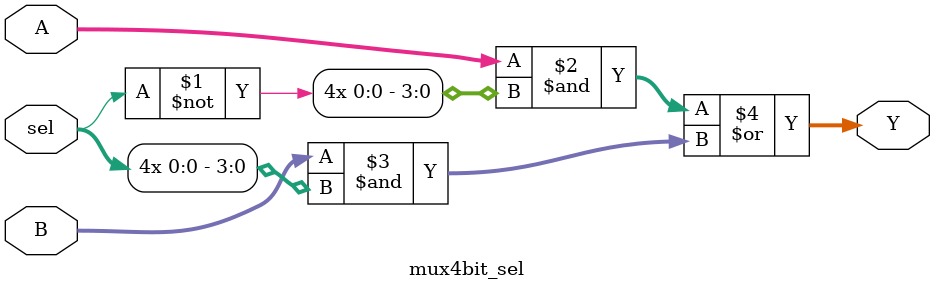
<source format=v>
`timescale 1ns / 1ps


module mux4bit_sel(
    input [3:0] A,
    input [3:0] B,
    input sel,
    output [3:0] Y
    );
    
    assign Y = (A & {4{~sel}}) | (B & {4{sel}});

endmodule

</source>
